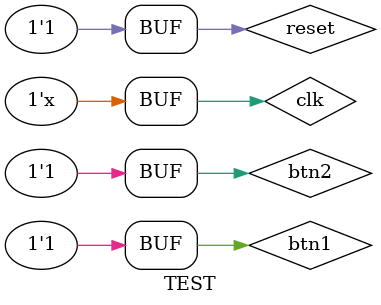
<source format=sv>
/*
* smellnefty
* 19.12.2020
* Ver. 0.1
* Code to test the program
*/
//-------------------------------------------
`timescale 1ps/1ps
//-------------------------------------------
module TEST();
logic clk = 0;
logic reset;
logic btn1;
logic btn2;
logic [3:0] led;
//-------------------------------------------
QSTEST tqstest 
(
.clk(clk),
.reset(reset),
.btn1(btn1),
.btn2(btn2),
.led(led)
);
//-------------------------------------------
always begin
#2 clk = !clk;
end
//------------------------------------------
initial begin
btn2 = 1;
btn1 = 1;
reset = 1;
#10000;
btn2 = 0;
#10;
btn2 = 1;
#10000;
btn2 = 0;
#10;
btn2 = 1;
#10000;
btn1 = 0;
#10;
btn1 = 1;
#10000;
btn2 = 0;
#10;
btn2 = 1;
#10000;
btn2 = 0;
#10;
btn2 = 1;
#10000;
btn2 = 0;
#10;
btn2 = 1;
#10000;
btn1 = 0;
#10;
btn1 = 1;
#10000;
btn2 = 0;
#10;
btn2 = 1;
#10000;
end
//-------------------------------------------
endmodule
</source>
